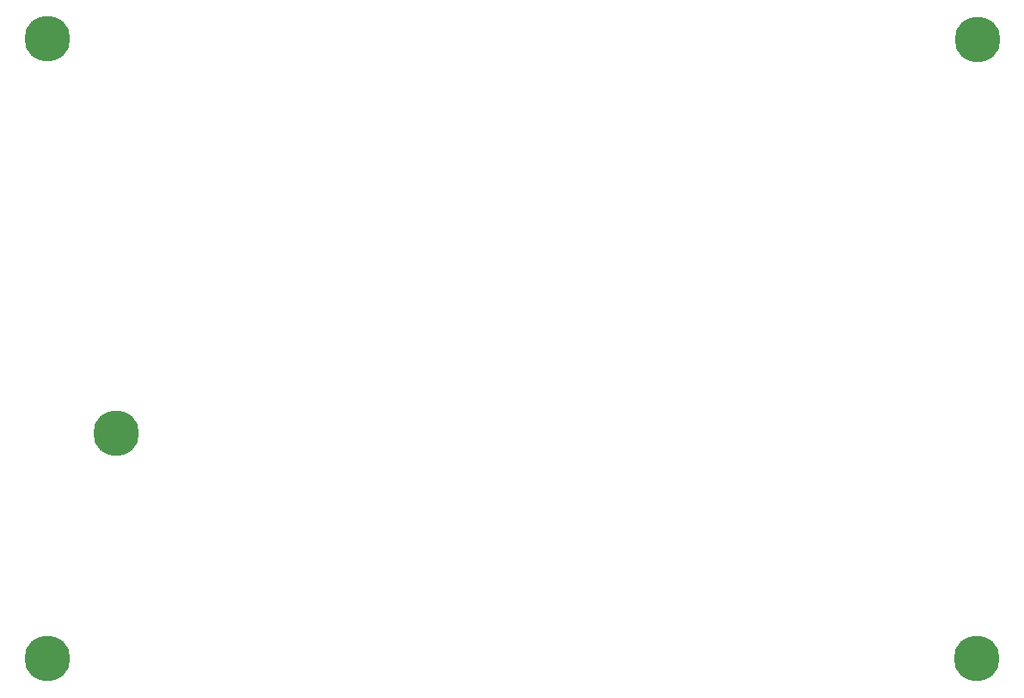
<source format=gbr>
G04 #@! TF.GenerationSoftware,KiCad,Pcbnew,(5.1.2)-2*
G04 #@! TF.CreationDate,2021-09-09T10:19:07-03:00*
G04 #@! TF.ProjectId,MAG_Plus,4d41475f-506c-4757-932e-6b696361645f,rev?*
G04 #@! TF.SameCoordinates,Original*
G04 #@! TF.FileFunction,Copper,L1,Top*
G04 #@! TF.FilePolarity,Positive*
%FSLAX46Y46*%
G04 Gerber Fmt 4.6, Leading zero omitted, Abs format (unit mm)*
G04 Created by KiCad (PCBNEW (5.1.2)-2) date 2021-09-09 10:19:07*
%MOMM*%
%LPD*%
G04 APERTURE LIST*
%ADD10C,4.500000*%
G04 APERTURE END LIST*
D10*
X367410000Y-86260000D03*
X452110000Y-47480000D03*
X360620000Y-47460000D03*
X360620000Y-108470000D03*
X452100000Y-108460000D03*
M02*

</source>
